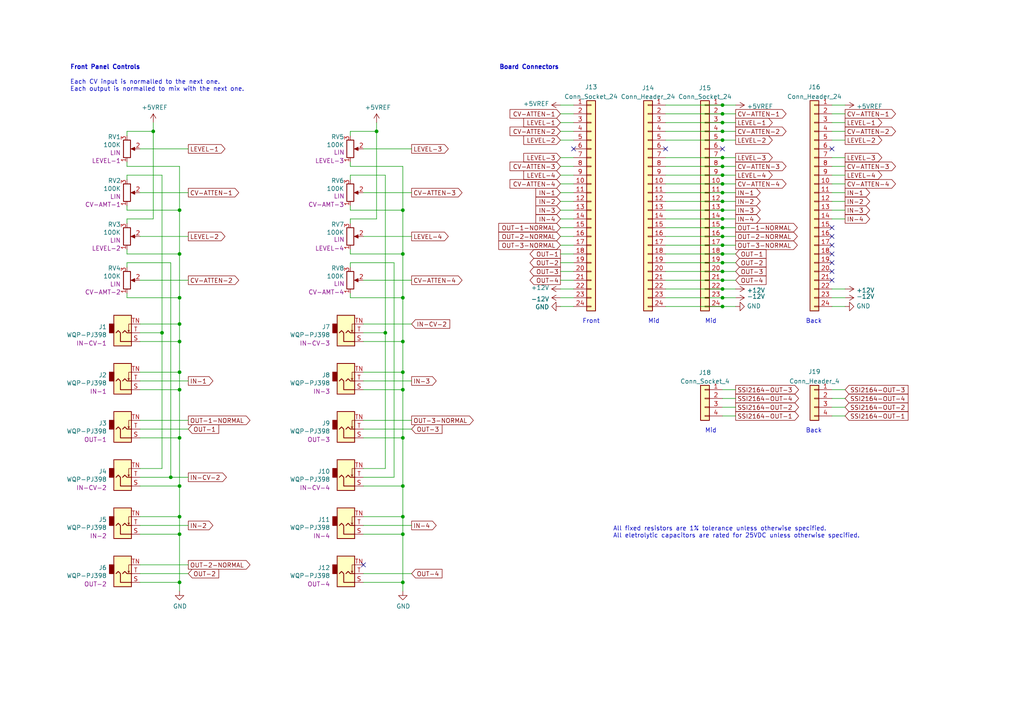
<source format=kicad_sch>
(kicad_sch (version 20211123) (generator eeschema)
  (paper "A4")
  (title_block (title "Power & Hardware - Eurorack 4XVCA Module") (date "2021-12-24") (rev "1.0") (company "Len Popp") (comment 1 "Copyright © 2021 Len Popp CC BY") (comment 2 "Eurorack quad exponential VCA module - 10HP"))
  (junction (at 209.55 38.1))
  (junction (at 209.55 40.64))
  (junction (at 209.55 86.36))
  (junction (at 52.07 93.98))
  (junction (at 52.07 73.66))
  (junction (at 209.55 30.48))
  (junction (at 209.55 81.28))
  (junction (at 52.07 127))
  (junction (at 209.55 48.26))
  (junction (at 116.84 73.66))
  (junction (at 52.07 168.91))
  (junction (at 116.84 140.97))
  (junction (at 52.07 86.36))
  (junction (at 116.84 154.94))
  (junction (at 209.55 50.8))
  (junction (at 209.55 63.5))
  (junction (at 116.84 60.96))
  (junction (at 209.55 76.2))
  (junction (at 52.07 107.95))
  (junction (at 116.84 113.03))
  (junction (at 49.53 138.43))
  (junction (at 209.55 45.72))
  (junction (at 52.07 113.03))
  (junction (at 209.55 35.56))
  (junction (at 209.55 88.9))
  (junction (at 52.07 149.86))
  (junction (at 209.55 53.34))
  (junction (at 209.55 68.58))
  (junction (at 52.07 60.96))
  (junction (at 52.07 154.94))
  (junction (at 209.55 60.96))
  (junction (at 52.07 99.06))
  (junction (at 209.55 83.82))
  (junction (at 116.84 168.91))
  (junction (at 46.99 96.52))
  (junction (at 111.76 96.52))
  (junction (at 44.45 38.1))
  (junction (at 109.22 38.1))
  (junction (at 52.07 140.97))
  (junction (at 116.84 127))
  (junction (at 209.55 66.04))
  (junction (at 209.55 55.88))
  (junction (at 209.55 78.74))
  (junction (at 209.55 33.02))
  (junction (at 116.84 149.86))
  (junction (at 209.55 73.66))
  (junction (at 209.55 71.12))
  (junction (at 116.84 86.36))
  (junction (at 116.84 99.06))
  (junction (at 116.84 107.95))
  (junction (at 209.55 58.42))
  (no_connect (at 241.3 81.28))
  (no_connect (at 241.3 68.58))
  (no_connect (at 241.3 78.74))
  (no_connect (at 241.3 66.04))
  (no_connect (at 241.3 73.66))
  (no_connect (at 193.04 43.18))
  (no_connect (at 209.55 43.18))
  (no_connect (at 241.3 71.12))
  (no_connect (at 241.3 43.18))
  (no_connect (at 241.3 76.2))
  (no_connect (at 166.37 43.18))
  (no_connect (at 105.41 163.83))
  (wire (pts (xy 209.55 118.11) (xy 213.36 118.11)))
  (wire (pts (xy 241.3 53.34) (xy 245.11 53.34)))
  (wire (pts (xy 116.84 86.36) (xy 116.84 99.06)))
  (wire (pts (xy 209.55 113.03) (xy 213.36 113.03)))
  (wire (pts (xy 101.6 64.77) (xy 101.6 63.5)))
  (wire (pts (xy 105.41 68.58) (xy 119.38 68.58)))
  (wire (pts (xy 109.22 38.1) (xy 109.22 35.56)))
  (wire (pts (xy 245.11 118.11) (xy 241.3 118.11)))
  (wire (pts (xy 193.04 50.8) (xy 209.55 50.8)))
  (wire (pts (xy 193.04 33.02) (xy 209.55 33.02)))
  (wire (pts (xy 54.61 138.43) (xy 49.53 138.43)))
  (wire (pts (xy 101.6 46.99) (xy 101.6 48.26)))
  (wire (pts (xy 116.84 154.94) (xy 116.84 168.91)))
  (wire (pts (xy 241.3 58.42) (xy 245.11 58.42)))
  (wire (pts (xy 40.64 152.4) (xy 54.61 152.4)))
  (wire (pts (xy 36.83 60.96) (xy 52.07 60.96)))
  (wire (pts (xy 193.04 35.56) (xy 209.55 35.56)))
  (wire (pts (xy 241.3 86.36) (xy 245.11 86.36)))
  (wire (pts (xy 209.55 78.74) (xy 213.36 78.74)))
  (wire (pts (xy 193.04 68.58) (xy 209.55 68.58)))
  (wire (pts (xy 109.22 38.1) (xy 109.22 63.5)))
  (wire (pts (xy 111.76 135.89) (xy 111.76 96.52)))
  (wire (pts (xy 241.3 60.96) (xy 245.11 60.96)))
  (wire (pts (xy 40.64 166.37) (xy 54.61 166.37)))
  (wire (pts (xy 40.64 110.49) (xy 54.61 110.49)))
  (wire (pts (xy 40.64 124.46) (xy 54.61 124.46)))
  (wire (pts (xy 193.04 78.74) (xy 209.55 78.74)))
  (wire (pts (xy 101.6 38.1) (xy 109.22 38.1)))
  (wire (pts (xy 111.76 50.8) (xy 111.76 96.52)))
  (wire (pts (xy 105.41 149.86) (xy 116.84 149.86)))
  (wire (pts (xy 209.55 63.5) (xy 213.36 63.5)))
  (wire (pts (xy 105.41 121.92) (xy 119.38 121.92)))
  (wire (pts (xy 209.55 76.2) (xy 213.36 76.2)))
  (wire (pts (xy 162.56 78.74) (xy 166.37 78.74)))
  (wire (pts (xy 193.04 86.36) (xy 209.55 86.36)))
  (wire (pts (xy 101.6 52.07) (xy 101.6 50.8)))
  (wire (pts (xy 241.3 48.26) (xy 245.11 48.26)))
  (wire (pts (xy 162.56 83.82) (xy 166.37 83.82)))
  (wire (pts (xy 245.11 63.5) (xy 241.3 63.5)))
  (wire (pts (xy 40.64 163.83) (xy 54.61 163.83)))
  (wire (pts (xy 162.56 35.56) (xy 166.37 35.56)))
  (wire (pts (xy 40.64 96.52) (xy 46.99 96.52)))
  (wire (pts (xy 116.84 48.26) (xy 116.84 60.96)))
  (wire (pts (xy 40.64 140.97) (xy 52.07 140.97)))
  (wire (pts (xy 36.83 50.8) (xy 46.99 50.8)))
  (wire (pts (xy 105.41 99.06) (xy 116.84 99.06)))
  (wire (pts (xy 245.11 45.72) (xy 241.3 45.72)))
  (wire (pts (xy 209.55 88.9) (xy 213.36 88.9)))
  (wire (pts (xy 40.64 99.06) (xy 52.07 99.06)))
  (wire (pts (xy 209.55 38.1) (xy 213.36 38.1)))
  (wire (pts (xy 116.84 113.03) (xy 116.84 127)))
  (wire (pts (xy 40.64 154.94) (xy 52.07 154.94)))
  (wire (pts (xy 101.6 59.69) (xy 101.6 60.96)))
  (wire (pts (xy 40.64 135.89) (xy 46.99 135.89)))
  (wire (pts (xy 209.55 48.26) (xy 213.36 48.26)))
  (wire (pts (xy 116.84 107.95) (xy 116.84 113.03)))
  (wire (pts (xy 245.11 120.65) (xy 241.3 120.65)))
  (wire (pts (xy 101.6 63.5) (xy 109.22 63.5)))
  (wire (pts (xy 209.55 50.8) (xy 213.36 50.8)))
  (wire (pts (xy 105.41 124.46) (xy 119.38 124.46)))
  (wire (pts (xy 209.55 45.72) (xy 213.36 45.72)))
  (wire (pts (xy 193.04 63.5) (xy 209.55 63.5)))
  (wire (pts (xy 40.64 113.03) (xy 52.07 113.03)))
  (wire (pts (xy 46.99 96.52) (xy 46.99 50.8)))
  (wire (pts (xy 209.55 81.28) (xy 213.36 81.28)))
  (wire (pts (xy 36.83 59.69) (xy 36.83 60.96)))
  (wire (pts (xy 193.04 66.04) (xy 209.55 66.04)))
  (wire (pts (xy 193.04 76.2) (xy 209.55 76.2)))
  (wire (pts (xy 119.38 93.98) (xy 105.41 93.98)))
  (wire (pts (xy 40.64 93.98) (xy 52.07 93.98)))
  (wire (pts (xy 245.11 50.8) (xy 241.3 50.8)))
  (wire (pts (xy 105.41 135.89) (xy 111.76 135.89)))
  (wire (pts (xy 209.55 120.65) (xy 213.36 120.65)))
  (wire (pts (xy 241.3 35.56) (xy 245.11 35.56)))
  (wire (pts (xy 105.41 127) (xy 116.84 127)))
  (wire (pts (xy 52.07 99.06) (xy 52.07 107.95)))
  (wire (pts (xy 116.84 168.91) (xy 116.84 171.45)))
  (wire (pts (xy 40.64 138.43) (xy 49.53 138.43)))
  (wire (pts (xy 36.83 73.66) (xy 36.83 72.39)))
  (wire (pts (xy 209.55 53.34) (xy 213.36 53.34)))
  (wire (pts (xy 52.07 154.94) (xy 52.07 168.91)))
  (wire (pts (xy 101.6 60.96) (xy 116.84 60.96)))
  (wire (pts (xy 209.55 58.42) (xy 213.36 58.42)))
  (wire (pts (xy 193.04 73.66) (xy 209.55 73.66)))
  (wire (pts (xy 116.84 73.66) (xy 116.84 86.36)))
  (wire (pts (xy 162.56 50.8) (xy 166.37 50.8)))
  (wire (pts (xy 36.83 46.99) (xy 36.83 48.26)))
  (wire (pts (xy 105.41 55.88) (xy 119.38 55.88)))
  (wire (pts (xy 114.3 138.43) (xy 114.3 76.2)))
  (wire (pts (xy 105.41 107.95) (xy 116.84 107.95)))
  (wire (pts (xy 40.64 121.92) (xy 54.61 121.92)))
  (wire (pts (xy 245.11 115.57) (xy 241.3 115.57)))
  (wire (pts (xy 209.55 73.66) (xy 213.36 73.66)))
  (wire (pts (xy 193.04 60.96) (xy 209.55 60.96)))
  (wire (pts (xy 116.84 99.06) (xy 116.84 107.95)))
  (wire (pts (xy 52.07 73.66) (xy 52.07 86.36)))
  (wire (pts (xy 245.11 38.1) (xy 241.3 38.1)))
  (wire (pts (xy 193.04 45.72) (xy 209.55 45.72)))
  (wire (pts (xy 245.11 30.48) (xy 241.3 30.48)))
  (wire (pts (xy 101.6 86.36) (xy 116.84 86.36)))
  (wire (pts (xy 241.3 40.64) (xy 245.11 40.64)))
  (wire (pts (xy 193.04 81.28) (xy 209.55 81.28)))
  (wire (pts (xy 101.6 48.26) (xy 116.84 48.26)))
  (wire (pts (xy 40.64 107.95) (xy 52.07 107.95)))
  (wire (pts (xy 162.56 60.96) (xy 166.37 60.96)))
  (wire (pts (xy 36.83 52.07) (xy 36.83 50.8)))
  (wire (pts (xy 241.3 113.03) (xy 245.11 113.03)))
  (wire (pts (xy 101.6 86.36) (xy 101.6 85.09)))
  (wire (pts (xy 36.83 86.36) (xy 36.83 85.09)))
  (wire (pts (xy 40.64 149.86) (xy 52.07 149.86)))
  (wire (pts (xy 40.64 55.88) (xy 54.61 55.88)))
  (wire (pts (xy 193.04 88.9) (xy 209.55 88.9)))
  (wire (pts (xy 116.84 149.86) (xy 116.84 154.94)))
  (wire (pts (xy 52.07 149.86) (xy 52.07 154.94)))
  (wire (pts (xy 241.3 88.9) (xy 245.11 88.9)))
  (wire (pts (xy 116.84 60.96) (xy 116.84 73.66)))
  (wire (pts (xy 49.53 76.2) (xy 49.53 138.43)))
  (wire (pts (xy 36.83 86.36) (xy 52.07 86.36)))
  (wire (pts (xy 162.56 86.36) (xy 166.37 86.36)))
  (wire (pts (xy 162.56 40.64) (xy 166.37 40.64)))
  (wire (pts (xy 105.41 96.52) (xy 111.76 96.52)))
  (wire (pts (xy 209.55 33.02) (xy 213.36 33.02)))
  (wire (pts (xy 105.41 166.37) (xy 119.38 166.37)))
  (wire (pts (xy 241.3 55.88) (xy 245.11 55.88)))
  (wire (pts (xy 36.83 39.37) (xy 36.83 38.1)))
  (wire (pts (xy 162.56 76.2) (xy 166.37 76.2)))
  (wire (pts (xy 105.41 168.91) (xy 116.84 168.91)))
  (wire (pts (xy 209.55 30.48) (xy 213.36 30.48)))
  (wire (pts (xy 193.04 38.1) (xy 209.55 38.1)))
  (wire (pts (xy 193.04 40.64) (xy 209.55 40.64)))
  (wire (pts (xy 40.64 43.18) (xy 54.61 43.18)))
  (wire (pts (xy 193.04 71.12) (xy 209.55 71.12)))
  (wire (pts (xy 52.07 86.36) (xy 52.07 93.98)))
  (wire (pts (xy 46.99 96.52) (xy 46.99 135.89)))
  (wire (pts (xy 162.56 81.28) (xy 166.37 81.28)))
  (wire (pts (xy 209.55 86.36) (xy 213.36 86.36)))
  (wire (pts (xy 52.07 127) (xy 52.07 140.97)))
  (wire (pts (xy 101.6 72.39) (xy 101.6 73.66)))
  (wire (pts (xy 40.64 68.58) (xy 54.61 68.58)))
  (wire (pts (xy 162.56 53.34) (xy 166.37 53.34)))
  (wire (pts (xy 40.64 81.28) (xy 54.61 81.28)))
  (wire (pts (xy 36.83 73.66) (xy 52.07 73.66)))
  (wire (pts (xy 101.6 73.66) (xy 116.84 73.66)))
  (wire (pts (xy 105.41 154.94) (xy 116.84 154.94)))
  (wire (pts (xy 162.56 38.1) (xy 166.37 38.1)))
  (wire (pts (xy 193.04 48.26) (xy 209.55 48.26)))
  (wire (pts (xy 209.55 66.04) (xy 213.36 66.04)))
  (wire (pts (xy 245.11 33.02) (xy 241.3 33.02)))
  (wire (pts (xy 44.45 63.5) (xy 36.83 63.5)))
  (wire (pts (xy 162.56 33.02) (xy 166.37 33.02)))
  (wire (pts (xy 209.55 60.96) (xy 213.36 60.96)))
  (wire (pts (xy 105.41 43.18) (xy 119.38 43.18)))
  (wire (pts (xy 44.45 35.56) (xy 44.45 38.1)))
  (wire (pts (xy 162.56 73.66) (xy 166.37 73.66)))
  (wire (pts (xy 105.41 110.49) (xy 119.38 110.49)))
  (wire (pts (xy 162.56 68.58) (xy 166.37 68.58)))
  (wire (pts (xy 101.6 77.47) (xy 101.6 76.2)))
  (wire (pts (xy 241.3 83.82) (xy 245.11 83.82)))
  (wire (pts (xy 162.56 48.26) (xy 166.37 48.26)))
  (wire (pts (xy 209.55 115.57) (xy 213.36 115.57)))
  (wire (pts (xy 52.07 107.95) (xy 52.07 113.03)))
  (wire (pts (xy 49.53 76.2) (xy 36.83 76.2)))
  (wire (pts (xy 105.41 140.97) (xy 116.84 140.97)))
  (wire (pts (xy 193.04 53.34) (xy 209.55 53.34)))
  (wire (pts (xy 52.07 113.03) (xy 52.07 127)))
  (wire (pts (xy 193.04 58.42) (xy 209.55 58.42)))
  (wire (pts (xy 36.83 48.26) (xy 52.07 48.26)))
  (wire (pts (xy 40.64 168.91) (xy 52.07 168.91)))
  (wire (pts (xy 193.04 30.48) (xy 209.55 30.48)))
  (wire (pts (xy 52.07 93.98) (xy 52.07 99.06)))
  (wire (pts (xy 105.41 152.4) (xy 119.38 152.4)))
  (wire (pts (xy 193.04 55.88) (xy 209.55 55.88)))
  (wire (pts (xy 116.84 140.97) (xy 116.84 149.86)))
  (wire (pts (xy 162.56 71.12) (xy 166.37 71.12)))
  (wire (pts (xy 101.6 39.37) (xy 101.6 38.1)))
  (wire (pts (xy 193.04 83.82) (xy 209.55 83.82)))
  (wire (pts (xy 40.64 127) (xy 52.07 127)))
  (wire (pts (xy 52.07 168.91) (xy 52.07 171.45)))
  (wire (pts (xy 105.41 113.03) (xy 116.84 113.03)))
  (wire (pts (xy 162.56 55.88) (xy 166.37 55.88)))
  (wire (pts (xy 36.83 63.5) (xy 36.83 64.77)))
  (wire (pts (xy 209.55 68.58) (xy 213.36 68.58)))
  (wire (pts (xy 36.83 76.2) (xy 36.83 77.47)))
  (wire (pts (xy 114.3 76.2) (xy 101.6 76.2)))
  (wire (pts (xy 209.55 35.56) (xy 213.36 35.56)))
  (wire (pts (xy 101.6 50.8) (xy 111.76 50.8)))
  (wire (pts (xy 105.41 138.43) (xy 114.3 138.43)))
  (wire (pts (xy 209.55 83.82) (xy 213.36 83.82)))
  (wire (pts (xy 52.07 140.97) (xy 52.07 149.86)))
  (wire (pts (xy 209.55 55.88) (xy 213.36 55.88)))
  (wire (pts (xy 162.56 30.48) (xy 166.37 30.48)))
  (wire (pts (xy 162.56 45.72) (xy 166.37 45.72)))
  (wire (pts (xy 52.07 60.96) (xy 52.07 73.66)))
  (wire (pts (xy 162.56 58.42) (xy 166.37 58.42)))
  (wire (pts (xy 209.55 40.64) (xy 213.36 40.64)))
  (wire (pts (xy 105.41 81.28) (xy 119.38 81.28)))
  (wire (pts (xy 116.84 127) (xy 116.84 140.97)))
  (wire (pts (xy 162.56 88.9) (xy 166.37 88.9)))
  (wire (pts (xy 162.56 66.04) (xy 166.37 66.04)))
  (wire (pts (xy 162.56 63.5) (xy 166.37 63.5)))
  (wire (pts (xy 209.55 71.12) (xy 213.36 71.12)))
  (wire (pts (xy 44.45 38.1) (xy 44.45 63.5)))
  (wire (pts (xy 52.07 48.26) (xy 52.07 60.96)))
  (wire (pts (xy 36.83 38.1) (xy 44.45 38.1)))
  (text "All fixed resistors are 1% tolerance unless otherwise specified.\nAll eletrolytic capacitors are rated for 25VDC unless otherwise specified." (at 177.8 156.21 0) (effects (font (size 1.27 1.27)) (justify left bottom)))
  (text "Back" (at 233.68 93.98 0) (effects (font (size 1.27 1.27)) (justify left bottom)))
  (text "Mid" (at 187.96 93.98 0) (effects (font (size 1.27 1.27)) (justify left bottom)))
  (text "Board Connectors" (at 144.78 20.32 0) (effects (font (size 1.27 1.27) (thickness 0.254) bold) (justify left bottom)))
  (text "Mid" (at 204.47 125.73 0) (effects (font (size 1.27 1.27)) (justify left bottom)))
  (text "Each CV input is normalled to the next one. \nEach output is normalled to mix with the next one." (at 20.32 26.67 0) (effects (font (size 1.27 1.27)) (justify left bottom)))
  (text "Back" (at 233.68 125.73 0) (effects (font (size 1.27 1.27)) (justify left bottom)))
  (text "Front" (at 168.91 93.98 0) (effects (font (size 1.27 1.27)) (justify left bottom)))
  (text "Front Panel Controls" (at 20.32 20.32 0) (effects (font (size 1.27 1.27) (thickness 0.254) bold) (justify left bottom)))
  (text "Mid" (at 204.47 93.98 0) (effects (font (size 1.27 1.27)) (justify left bottom)))
  (global_label "IN-3" (shape output) (at 119.38 110.49 0) (property "Intersheet References" "${INTERSHEET_REFS}" (effects hide)))
  (global_label "OUT-2" (shape input) (at 213.36 76.2 0) (property "Intersheet References" "${INTERSHEET_REFS}" (effects hide)))
  (global_label "LEVEL-3" (shape output) (at 245.11 45.72 0) (property "Intersheet References" "${INTERSHEET_REFS}" (effects hide)))
  (global_label "IN-4" (shape output) (at 245.11 63.5 0) (property "Intersheet References" "${INTERSHEET_REFS}" (effects hide)))
  (global_label "SSI2164-OUT-3" (shape output) (at 213.36 113.03 0) (property "Intersheet References" "${INTERSHEET_REFS}" (effects hide)))
  (global_label "IN-1" (shape output) (at 213.36 55.88 0) (property "Intersheet References" "${INTERSHEET_REFS}" (effects hide)))
  (global_label "CV-ATTEN-3" (shape output) (at 245.11 48.26 0) (property "Intersheet References" "${INTERSHEET_REFS}" (effects hide)))
  (global_label "SSI2164-OUT-1" (shape output) (at 213.36 120.65 0) (property "Intersheet References" "${INTERSHEET_REFS}" (effects hide)))
  (global_label "IN-1" (shape input) (at 162.56 55.88 180) (property "Intersheet References" "${INTERSHEET_REFS}" (effects hide)))
  (global_label "IN-3" (shape output) (at 213.36 60.96 0) (property "Intersheet References" "${INTERSHEET_REFS}" (effects hide)))
  (global_label "LEVEL-3" (shape output) (at 119.38 43.18 0) (property "Intersheet References" "${INTERSHEET_REFS}" (effects hide)))
  (global_label "IN-2" (shape output) (at 54.61 152.4 0) (property "Intersheet References" "${INTERSHEET_REFS}" (effects hide)))
  (global_label "LEVEL-3" (shape input) (at 162.56 45.72 180) (property "Intersheet References" "${INTERSHEET_REFS}" (effects hide)))
  (global_label "CV-ATTEN-2" (shape output) (at 245.11 38.1 0) (property "Intersheet References" "${INTERSHEET_REFS}" (effects hide)))
  (global_label "CV-ATTEN-1" (shape output) (at 54.61 55.88 0) (property "Intersheet References" "${INTERSHEET_REFS}" (effects hide)))
  (global_label "CV-ATTEN-3" (shape input) (at 162.56 48.26 180) (property "Intersheet References" "${INTERSHEET_REFS}" (effects hide)))
  (global_label "OUT-2-NORMAL" (shape output) (at 54.61 163.83 0) (property "Intersheet References" "${INTERSHEET_REFS}" (effects hide)))
  (global_label "IN-CV-2" (shape input) (at 119.38 93.98 0) (property "Intersheet References" "${INTERSHEET_REFS}" (effects hide)))
  (global_label "LEVEL-1" (shape output) (at 54.61 43.18 0) (property "Intersheet References" "${INTERSHEET_REFS}" (effects hide)))
  (global_label "LEVEL-2" (shape output) (at 213.36 40.64 0) (property "Intersheet References" "${INTERSHEET_REFS}" (effects hide)))
  (global_label "CV-ATTEN-4" (shape output) (at 213.36 53.34 0) (property "Intersheet References" "${INTERSHEET_REFS}" (effects hide)))
  (global_label "IN-2" (shape output) (at 213.36 58.42 0) (property "Intersheet References" "${INTERSHEET_REFS}" (effects hide)))
  (global_label "LEVEL-4" (shape output) (at 119.38 68.58 0) (property "Intersheet References" "${INTERSHEET_REFS}" (effects hide)))
  (global_label "OUT-2" (shape output) (at 162.56 76.2 180) (property "Intersheet References" "${INTERSHEET_REFS}" (effects hide)))
  (global_label "OUT-1" (shape output) (at 162.56 73.66 180) (property "Intersheet References" "${INTERSHEET_REFS}" (effects hide)))
  (global_label "LEVEL-4" (shape input) (at 162.56 50.8 180) (property "Intersheet References" "${INTERSHEET_REFS}" (effects hide)))
  (global_label "OUT-2-NORMAL" (shape input) (at 162.56 68.58 180) (property "Intersheet References" "${INTERSHEET_REFS}" (effects hide)))
  (global_label "LEVEL-1" (shape output) (at 245.11 35.56 0) (property "Intersheet References" "${INTERSHEET_REFS}" (effects hide)))
  (global_label "CV-ATTEN-1" (shape output) (at 245.11 33.02 0) (property "Intersheet References" "${INTERSHEET_REFS}" (effects hide)))
  (global_label "LEVEL-3" (shape output) (at 213.36 45.72 0) (property "Intersheet References" "${INTERSHEET_REFS}" (effects hide)))
  (global_label "IN-4" (shape output) (at 119.38 152.4 0) (property "Intersheet References" "${INTERSHEET_REFS}" (effects hide)))
  (global_label "SSI2164-OUT-1" (shape input) (at 245.11 120.65 0) (property "Intersheet References" "${INTERSHEET_REFS}" (effects hide)))
  (global_label "IN-2" (shape input) (at 162.56 58.42 180) (property "Intersheet References" "${INTERSHEET_REFS}" (effects hide)))
  (global_label "LEVEL-4" (shape output) (at 245.11 50.8 0) (property "Intersheet References" "${INTERSHEET_REFS}" (effects hide)))
  (global_label "SSI2164-OUT-4" (shape output) (at 213.36 115.57 0) (property "Intersheet References" "${INTERSHEET_REFS}" (effects hide)))
  (global_label "CV-ATTEN-2" (shape input) (at 162.56 38.1 180) (property "Intersheet References" "${INTERSHEET_REFS}" (effects hide)))
  (global_label "SSI2164-OUT-4" (shape input) (at 245.11 115.57 0) (property "Intersheet References" "${INTERSHEET_REFS}" (effects hide)))
  (global_label "CV-ATTEN-1" (shape output) (at 213.36 33.02 0) (property "Intersheet References" "${INTERSHEET_REFS}" (effects hide)))
  (global_label "IN-4" (shape output) (at 213.36 63.5 0) (property "Intersheet References" "${INTERSHEET_REFS}" (effects hide)))
  (global_label "OUT-2" (shape input) (at 54.61 166.37 0) (property "Intersheet References" "${INTERSHEET_REFS}" (effects hide)))
  (global_label "CV-ATTEN-2" (shape output) (at 213.36 38.1 0) (property "Intersheet References" "${INTERSHEET_REFS}" (effects hide)))
  (global_label "CV-ATTEN-1" (shape input) (at 162.56 33.02 180) (property "Intersheet References" "${INTERSHEET_REFS}" (effects hide)))
  (global_label "CV-ATTEN-2" (shape output) (at 54.61 81.28 0) (property "Intersheet References" "${INTERSHEET_REFS}" (effects hide)))
  (global_label "LEVEL-4" (shape output) (at 213.36 50.8 0) (property "Intersheet References" "${INTERSHEET_REFS}" (effects hide)))
  (global_label "OUT-4" (shape input) (at 213.36 81.28 0) (property "Intersheet References" "${INTERSHEET_REFS}" (effects hide)))
  (global_label "OUT-1-NORMAL" (shape input) (at 162.56 66.04 180) (property "Intersheet References" "${INTERSHEET_REFS}" (effects hide)))
  (global_label "OUT-3" (shape input) (at 119.38 124.46 0) (property "Intersheet References" "${INTERSHEET_REFS}" (effects hide)))
  (global_label "OUT-4" (shape input) (at 119.38 166.37 0) (property "Intersheet References" "${INTERSHEET_REFS}" (effects hide)))
  (global_label "IN-3" (shape output) (at 245.11 60.96 0) (property "Intersheet References" "${INTERSHEET_REFS}" (effects hide)))
  (global_label "IN-3" (shape input) (at 162.56 60.96 180) (property "Intersheet References" "${INTERSHEET_REFS}" (effects hide)))
  (global_label "CV-ATTEN-4" (shape output) (at 119.38 81.28 0) (property "Intersheet References" "${INTERSHEET_REFS}" (effects hide)))
  (global_label "OUT-2-NORMAL" (shape output) (at 213.36 68.58 0) (property "Intersheet References" "${INTERSHEET_REFS}" (effects hide)))
  (global_label "OUT-1" (shape input) (at 213.36 73.66 0) (property "Intersheet References" "${INTERSHEET_REFS}" (effects hide)))
  (global_label "CV-ATTEN-4" (shape input) (at 162.56 53.34 180) (property "Intersheet References" "${INTERSHEET_REFS}" (effects hide)))
  (global_label "SSI2164-OUT-2" (shape input) (at 245.11 118.11 0) (property "Intersheet References" "${INTERSHEET_REFS}" (effects hide)))
  (global_label "IN-2" (shape output) (at 245.11 58.42 0) (property "Intersheet References" "${INTERSHEET_REFS}" (effects hide)))
  (global_label "IN-CV-2" (shape output) (at 54.61 138.43 0) (property "Intersheet References" "${INTERSHEET_REFS}" (effects hide)))
  (global_label "LEVEL-2" (shape input) (at 162.56 40.64 180) (property "Intersheet References" "${INTERSHEET_REFS}" (effects hide)))
  (global_label "IN-1" (shape output) (at 245.11 55.88 0) (property "Intersheet References" "${INTERSHEET_REFS}" (effects hide)))
  (global_label "IN-1" (shape output) (at 54.61 110.49 0) (property "Intersheet References" "${INTERSHEET_REFS}" (effects hide)))
  (global_label "LEVEL-1" (shape input) (at 162.56 35.56 180) (property "Intersheet References" "${INTERSHEET_REFS}" (effects hide)))
  (global_label "IN-4" (shape input) (at 162.56 63.5 180) (property "Intersheet References" "${INTERSHEET_REFS}" (effects hide)))
  (global_label "LEVEL-2" (shape output) (at 54.61 68.58 0) (property "Intersheet References" "${INTERSHEET_REFS}" (effects hide)))
  (global_label "OUT-3" (shape input) (at 213.36 78.74 0) (property "Intersheet References" "${INTERSHEET_REFS}" (effects hide)))
  (global_label "OUT-3-NORMAL" (shape input) (at 162.56 71.12 180) (property "Intersheet References" "${INTERSHEET_REFS}" (effects hide)))
  (global_label "CV-ATTEN-4" (shape output) (at 245.11 53.34 0) (property "Intersheet References" "${INTERSHEET_REFS}" (effects hide)))
  (global_label "LEVEL-1" (shape output) (at 213.36 35.56 0) (property "Intersheet References" "${INTERSHEET_REFS}" (effects hide)))
  (global_label "OUT-3-NORMAL" (shape output) (at 119.38 121.92 0) (property "Intersheet References" "${INTERSHEET_REFS}" (effects hide)))
  (global_label "SSI2164-OUT-3" (shape input) (at 245.11 113.03 0) (property "Intersheet References" "${INTERSHEET_REFS}" (effects hide)))
  (global_label "OUT-1-NORMAL" (shape output) (at 213.36 66.04 0) (property "Intersheet References" "${INTERSHEET_REFS}" (effects hide)))
  (global_label "SSI2164-OUT-2" (shape output) (at 213.36 118.11 0) (property "Intersheet References" "${INTERSHEET_REFS}" (effects hide)))
  (global_label "OUT-4" (shape output) (at 162.56 81.28 180) (property "Intersheet References" "${INTERSHEET_REFS}" (effects hide)))
  (global_label "LEVEL-2" (shape output) (at 245.11 40.64 0) (property "Intersheet References" "${INTERSHEET_REFS}" (effects hide)))
  (global_label "OUT-1-NORMAL" (shape output) (at 54.61 121.92 0) (property "Intersheet References" "${INTERSHEET_REFS}" (effects hide)))
  (global_label "OUT-3" (shape output) (at 162.56 78.74 180) (property "Intersheet References" "${INTERSHEET_REFS}" (effects hide)))
  (global_label "OUT-3-NORMAL" (shape output) (at 213.36 71.12 0) (property "Intersheet References" "${INTERSHEET_REFS}" (effects hide)))
  (global_label "OUT-1" (shape input) (at 54.61 124.46 0) (property "Intersheet References" "${INTERSHEET_REFS}" (effects hide)))
  (global_label "CV-ATTEN-3" (shape output) (at 119.38 55.88 0) (property "Intersheet References" "${INTERSHEET_REFS}" (effects hide)))
  (global_label "CV-ATTEN-3" (shape output) (at 213.36 48.26 0) (property "Intersheet References" "${INTERSHEET_REFS}" (effects hide)))
  (symbol (lib_id "Connector_Generic:Conn_01x24") (at 171.45 58.42 0) (unit 1)
    (property "Reference" "J13" (at 171.45 25.2435 0))
    (property "Value" "Conn_Socket_24" (at 171.45 28.0186 0))
    (property "Footprint" "Connector_PinSocket_2.54mm:PinSocket_1x24_P2.54mm_Vertical" (effects hide))
    (property "Datasheet" "https://www.mouser.ca/datasheet/2/445/61303211821-1717799.pdf" (effects hide))
    (property "Distributor" "Adafruit" (effects hide))
    (property "Distributor2" "Mouser" (effects hide))
    (property "DistributorPartLink" "https://www.adafruit.com/product/598" (effects hide))
    (property "DistributorPartLink2" "https://www.mouser.ca/ProductDetail/Wurth-Elektronik/61303211821?qs=ZtY9WdtwX55M%2FH%2FSrHZ9xA%3D%3D" (effects hide))
    (property "DistributorPartNum" "598" (effects hide))
    (property "DistributorPartNum2" "710-61303211821" (effects hide))
  )
  (symbol (lib_id "-lmp-synth:Jack_WQP-PJ398") (at 35.56 96.52 0) (mirror x) (unit 1)
    (property "Reference" "J1" (at 30.988 94.8182 0) (effects (justify right)))
    (property "Value" "WQP-PJ398" (at 30.988 97.1296 0) (effects (justify right)))
    (property "Footprint" "-lmp-synth:Jack_3.5mm_QingPu_WQP-PJ398SM_Vertical" (effects hide))
    (property "Datasheet" "http://www.qingpu-electronics.com/en/products/WQP-PJ398SM-362.html" (effects hide))
    (property "Label" "IN-CV-1" (at 30.988 99.568 0) (effects (justify right)))
    (property "Manufacturer" "QingPu / Thonk" (effects hide))
    (property "ManufacturerPartNum" "PJ398SM / WQP518MA" (effects hide))
    (property "Distributor" "Thonk" (effects hide))
    (property "DistributorPartNum" "PJ398SM" (effects hide))
    (property "DistributorPartLink" "https://www.thonk.co.uk/shop/thonkiconn/" (effects hide))
    (property "Distributor2" "SynthCube" (effects hide))
    (property "Distributor3" "Adafruit" (effects hide))
    (property "DistributorPartLink2" "https://synthcube.com/cart/3-5mm-euro-jacks" (effects hide))
    (property "DistributorPartLink3" "https://www.adafruit.com/product/4031" (effects hide))
    (property "DistributorPartNum2" "WQP518MA" (effects hide))
    (property "DistributorPartNum3" "4031" (effects hide))
  )
  (symbol (lib_id "-lmp-synth:R_POT_Panel_PCB_Alpha") (at 36.83 43.18 0) (mirror x) (unit 1)
    (property "Reference" "RV1" (at 35.052 39.7002 0) (effects (justify right)))
    (property "Value" "100K" (at 35.052 42.0116 0) (effects (justify right)))
    (property "Footprint" "-lmp-synth:Potentiometer_Alpha_RD901F-40-00D_Single_Vertical" (effects hide))
    (property "Datasheet" "https://www.mouser.ca/datasheet/2/13/alpha_taiwan_08192019_RD901F-40-15R1-B(resistance_-1627810.pdf" (effects hide))
    (property "Value2" "LIN" (at 35.052 44.323 0) (effects (justify right)))
    (property "Label" "LEVEL-1" (at 35.052 46.6344 0) (effects (justify right)))
    (property "Manufacturer" "Alpha" (effects hide))
    (property "ManufacturerPartNum" "RD901F-40-15R1-B100K-00DL1" (effects hide))
    (property "Distributor" "Thonk" (effects hide))
    (property "DistributorPartNum" "Group_Pot_Alpha_6.35mm" (effects hide))
    (property "DistributorPartLink" "https://www.thonk.co.uk/shop/alpha-9mm-pots/" (effects hide))
    (property "Distributor2" "Mouser" (effects hide))
    (property "Distributor3" "SynthCube" (effects hide))
    (property "DistributorPartLink2" "https://www.mouser.ca/ProductDetail/Alpha-Taiwan/RD901F-40-15R1-B100K-00DL1?qs=1mbolxNpo8czbLgndpJJVQ%3D%3D" (effects hide))
    (property "DistributorPartLink3" "https://synthcube.com/cart/alpha-9mm-potentiometer-right-angle-pcb-mount-6-35mm-round-shaft" (effects hide))
    (property "DistributorPartNum2" "311-1940F-15R1-B100K" (effects hide))
    (property "DistributorPartNum3" "9MMALPHAPOTMSTR" (effects hide))
  )
  (symbol (lib_id "-lmp-synth:R_POT_TRIM_Panel_SongHuei") (at 36.83 55.88 0) (mirror x) (unit 1)
    (property "Reference" "RV2" (at 35.0774 52.4002 0) (effects (justify right)))
    (property "Value" "100K" (at 35.0774 54.7116 0) (effects (justify right)))
    (property "Footprint" "-lmp-synth:Potentiometer_SongHuei_Single_Vertical" (effects hide))
    (property "Datasheet" "http://www.song-huei.com/proimages//eng/pdfimages/R0904N.pdf" (effects hide))
    (property "Value2" "LIN" (at 35.0774 57.023 0) (effects (justify right)))
    (property "Label" "CV-AMT-1" (at 35.0774 59.3344 0) (effects (justify right)))
    (property "Manufacturer" "Song Huei" (effects hide))
    (property "ManufacturerPartNum" "R0904N*" (effects hide))
    (property "Distributor" "SynthCube" (effects hide))
    (property "DistributorPartNum" "SH9MMTPOTMSTR" (effects hide))
    (property "DistributorPartLink" "https://synthcube.com/cart/9mm-trimmer-pots" (effects hide))
    (property "Distributor2" "Thonk" (effects hide))
    (property "DistributorPartLink2" "https://www.thonk.co.uk/shop/ttpots/" (effects hide))
    (property "DistributorPartNum2" "Group_SongHuei_TTP" (effects hide))
  )
  (symbol (lib_id "-lmp-synth:Jack_WQP-PJ398") (at 35.56 110.49 0) (mirror x) (unit 1)
    (property "Reference" "J2" (at 30.988 108.7882 0) (effects (justify right)))
    (property "Value" "WQP-PJ398" (at 30.988 111.0996 0) (effects (justify right)))
    (property "Footprint" "-lmp-synth:Jack_3.5mm_QingPu_WQP-PJ398SM_Vertical" (effects hide))
    (property "Datasheet" "http://www.qingpu-electronics.com/en/products/WQP-PJ398SM-362.html" (effects hide))
    (property "Label" "IN-1" (at 30.988 113.538 0) (effects (justify right)))
    (property "Manufacturer" "QingPu / Thonk" (effects hide))
    (property "ManufacturerPartNum" "PJ398SM / WQP518MA" (effects hide))
    (property "Distributor" "Thonk" (effects hide))
    (property "DistributorPartNum" "PJ398SM" (effects hide))
    (property "DistributorPartLink" "https://www.thonk.co.uk/shop/thonkiconn/" (effects hide))
    (property "Distributor2" "SynthCube" (effects hide))
    (property "Distributor3" "Adafruit" (effects hide))
    (property "DistributorPartLink2" "https://synthcube.com/cart/3-5mm-euro-jacks" (effects hide))
    (property "DistributorPartLink3" "https://www.adafruit.com/product/4031" (effects hide))
    (property "DistributorPartNum2" "WQP518MA" (effects hide))
    (property "DistributorPartNum3" "4031" (effects hide))
  )
  (symbol (lib_id "-lmp-synth:R_POT_TRIM_Panel_SongHuei") (at 101.6 55.88 0) (mirror x) (unit 1)
    (property "Reference" "RV6" (at 99.822 52.4002 0) (effects (justify right)))
    (property "Value" "100K" (at 99.822 54.7116 0) (effects (justify right)))
    (property "Footprint" "-lmp-synth:Potentiometer_SongHuei_Single_Vertical" (effects hide))
    (property "Datasheet" "http://www.song-huei.com/proimages//eng/pdfimages/R0904N.pdf" (effects hide))
    (property "Value2" "LIN" (at 99.949 56.896 0) (effects (justify right)))
    (property "Label" "CV-AMT-3" (at 99.822 59.3344 0) (effects (justify right)))
    (property "Manufacturer" "Song Huei" (effects hide))
    (property "ManufacturerPartNum" "R0904N*" (effects hide))
    (property "Distributor" "SynthCube" (effects hide))
    (property "DistributorPartNum" "SH9MMTPOTMSTR" (effects hide))
    (property "DistributorPartLink" "https://synthcube.com/cart/9mm-trimmer-pots" (effects hide))
    (property "Distributor2" "Thonk" (effects hide))
    (property "DistributorPartLink2" "https://www.thonk.co.uk/shop/ttpots/" (effects hide))
    (property "DistributorPartNum2" "Group_SongHuei_TTP" (effects hide))
  )
  (symbol (lib_id "-lmp-synth:R_POT_Panel_PCB_Alpha") (at 101.6 68.58 0) (mirror x) (unit 1)
    (property "Reference" "RV7" (at 99.822 65.1002 0) (effects (justify right)))
    (property "Value" "100K" (at 99.822 67.4116 0) (effects (justify right)))
    (property "Footprint" "-lmp-synth:Potentiometer_Alpha_RD901F-40-00D_Single_Vertical" (effects hide))
    (property "Datasheet" "https://www.mouser.ca/datasheet/2/13/alpha_taiwan_08192019_RD901F-40-15R1-B(resistance_-1627810.pdf" (effects hide))
    (property "Value2" "LIN" (at 99.949 69.469 0) (effects (justify right)))
    (property "Label" "LEVEL-4" (at 99.822 72.0344 0) (effects (justify right)))
    (property "Manufacturer" "Alpha" (effects hide))
    (property "ManufacturerPartNum" "RD901F-40-15R1-B100K-00DL1" (effects hide))
    (property "Distributor" "Thonk" (effects hide))
    (property "DistributorPartNum" "Group_Pot_Alpha_6.35mm" (effects hide))
    (property "DistributorPartLink" "https://www.thonk.co.uk/shop/alpha-9mm-pots/" (effects hide))
    (property "Distributor2" "Mouser" (effects hide))
    (property "Distributor3" "SynthCube" (effects hide))
    (property "DistributorPartLink2" "https://www.mouser.ca/ProductDetail/Alpha-Taiwan/RD901F-40-15R1-B100K-00DL1?qs=1mbolxNpo8czbLgndpJJVQ%3D%3D" (effects hide))
    (property "DistributorPartLink3" "https://synthcube.com/cart/alpha-9mm-potentiometer-right-angle-pcb-mount-6-35mm-round-shaft" (effects hide))
    (property "DistributorPartNum2" "311-1940F-15R1-B100K" (effects hide))
    (property "DistributorPartNum3" "9MMALPHAPOTMSTR" (effects hide))
  )
  (symbol (lib_id "-lmp-synth:R_POT_TRIM_Panel_SongHuei") (at 101.6 81.28 0) (mirror x) (unit 1)
    (property "Reference" "RV8" (at 99.8474 77.8002 0) (effects (justify right)))
    (property "Value" "100K" (at 99.8474 80.1116 0) (effects (justify right)))
    (property "Footprint" "-lmp-synth:Potentiometer_SongHuei_Single_Vertical" (effects hide))
    (property "Datasheet" "http://www.song-huei.com/proimages//eng/pdfimages/R0904N.pdf" (effects hide))
    (property "Value2" "LIN" (at 99.949 82.296 0) (effects (justify right)))
    (property "Label" "CV-AMT-4" (at 99.8474 84.7344 0) (effects (justify right)))
    (property "Manufacturer" "Song Huei" (effects hide))
    (property "ManufacturerPartNum" "R0904N*" (effects hide))
    (property "Distributor" "SynthCube" (effects hide))
    (property "DistributorPartNum" "SH9MMTPOTMSTR" (effects hide))
    (property "DistributorPartLink" "https://synthcube.com/cart/9mm-trimmer-pots" (effects hide))
    (property "Distributor2" "Thonk" (effects hide))
    (property "DistributorPartLink2" "https://www.thonk.co.uk/shop/ttpots/" (effects hide))
    (property "DistributorPartNum2" "Group_SongHuei_TTP" (effects hide))
  )
  (symbol (lib_id "-lmp-synth:R_POT_TRIM_Panel_SongHuei") (at 36.83 81.28 0) (mirror x) (unit 1)
    (property "Reference" "RV4" (at 35.052 77.8002 0) (effects (justify right)))
    (property "Value" "100K" (at 35.052 80.1116 0) (effects (justify right)))
    (property "Footprint" "-lmp-synth:Potentiometer_SongHuei_Single_Vertical" (effects hide))
    (property "Datasheet" "http://www.song-huei.com/proimages//eng/pdfimages/R0904N.pdf" (effects hide))
    (property "Value2" "LIN" (at 35.052 82.423 0) (effects (justify right)))
    (property "Label" "CV-AMT-2" (at 35.052 84.7344 0) (effects (justify right)))
    (property "Manufacturer" "Song Huei" (effects hide))
    (property "ManufacturerPartNum" "R0904N*" (effects hide))
    (property "Distributor" "SynthCube" (effects hide))
    (property "DistributorPartNum" "SH9MMTPOTMSTR" (effects hide))
    (property "DistributorPartLink" "https://synthcube.com/cart/9mm-trimmer-pots" (effects hide))
    (property "Distributor2" "Thonk" (effects hide))
    (property "DistributorPartLink2" "https://www.thonk.co.uk/shop/ttpots/" (effects hide))
    (property "DistributorPartNum2" "Group_SongHuei_TTP" (effects hide))
  )
  (symbol (lib_id "-lmp-synth:R_POT_Panel_PCB_Alpha") (at 101.6 43.18 0) (mirror x) (unit 1)
    (property "Reference" "RV5" (at 99.822 39.7002 0) (effects (justify right)))
    (property "Value" "100K" (at 99.822 42.0116 0) (effects (justify right)))
    (property "Footprint" "-lmp-synth:Potentiometer_Alpha_RD901F-40-00D_Single_Vertical" (effects hide))
    (property "Datasheet" "https://www.mouser.ca/datasheet/2/13/alpha_taiwan_08192019_RD901F-40-15R1-B(resistance_-1627810.pdf" (effects hide))
    (property "Value2" "LIN" (at 99.949 44.196 0) (effects (justify right)))
    (property "Label" "LEVEL-3" (at 99.822 46.6344 0) (effects (justify right)))
    (property "Manufacturer" "Alpha" (effects hide))
    (property "ManufacturerPartNum" "RD901F-40-15R1-B100K-00DL1" (effects hide))
    (property "Distributor" "Thonk" (effects hide))
    (property "DistributorPartNum" "Group_Pot_Alpha_6.35mm" (effects hide))
    (property "DistributorPartLink" "https://www.thonk.co.uk/shop/alpha-9mm-pots/" (effects hide))
    (property "Distributor2" "Mouser" (effects hide))
    (property "Distributor3" "SynthCube" (effects hide))
    (property "DistributorPartLink2" "https://www.mouser.ca/ProductDetail/Alpha-Taiwan/RD901F-40-15R1-B100K-00DL1?qs=1mbolxNpo8czbLgndpJJVQ%3D%3D" (effects hide))
    (property "DistributorPartLink3" "https://synthcube.com/cart/alpha-9mm-potentiometer-right-angle-pcb-mount-6-35mm-round-shaft" (effects hide))
    (property "DistributorPartNum2" "311-1940F-15R1-B100K" (effects hide))
    (property "DistributorPartNum3" "9MMALPHAPOTMSTR" (effects hide))
  )
  (symbol (lib_id "-lmp-synth:Jack_WQP-PJ398") (at 35.56 152.4 0) (mirror x) (unit 1)
    (property "Reference" "J5" (at 30.988 150.6982 0) (effects (justify right)))
    (property "Value" "WQP-PJ398" (at 30.988 153.0096 0) (effects (justify right)))
    (property "Footprint" "-lmp-synth:Jack_3.5mm_QingPu_WQP-PJ398SM_Vertical" (effects hide))
    (property "Datasheet" "http://www.qingpu-electronics.com/en/products/WQP-PJ398SM-362.html" (effects hide))
    (property "Label" "IN-2" (at 30.988 155.448 0) (effects (justify right)))
    (property "Manufacturer" "QingPu / Thonk" (effects hide))
    (property "ManufacturerPartNum" "PJ398SM / WQP518MA" (effects hide))
    (property "Distributor" "Thonk" (effects hide))
    (property "DistributorPartNum" "PJ398SM" (effects hide))
    (property "DistributorPartLink" "https://www.thonk.co.uk/shop/thonkiconn/" (effects hide))
    (property "Distributor2" "SynthCube" (effects hide))
    (property "Distributor3" "Adafruit" (effects hide))
    (property "DistributorPartLink2" "https://synthcube.com/cart/3-5mm-euro-jacks" (effects hide))
    (property "DistributorPartLink3" "https://www.adafruit.com/product/4031" (effects hide))
    (property "DistributorPartNum2" "WQP518MA" (effects hide))
    (property "DistributorPartNum3" "4031" (effects hide))
  )
  (symbol (lib_id "-lmp-power:+5VREF") (at 44.45 35.56 0) (unit 1)
    (property "Reference" "#PWR01" (effects hide))
    (property "Value" "+5VREF" (at 44.831 31.1658 0))
  )
  (symbol (lib_id "Connector_Generic:Conn_01x24") (at 187.96 58.42 0) (mirror y) (unit 1)
    (property "Reference" "J14" (at 187.96 25.5102 0))
    (property "Value" "Conn_Header_24" (at 187.96 28.0471 0))
    (property "Footprint" "Connector_PinHeader_2.54mm:PinHeader_1x24_P2.54mm_Vertical" (effects hide))
    (property "Datasheet" "https://www.amphenol-icc.com/media/wysiwyg/files/documentation/datasheet/boardwiretoboard/bwb_econostik_254headers.pdf" (effects hide))
    (property "Distributor" "Adafruit" (effects hide))
    (property "DistributorPartLink" "https://www.adafruit.com/product/392" (effects hide))
    (property "DistributorPartNum" "392" (effects hide))
    (property "Distributor2" "Mouser" (effects hide))
    (property "DistributorPartLink2" "https://www.mouser.ca/ProductDetail/649-1012937893601BLF" (effects hide))
    (property "DistributorPartNum2" "649-1012937893601BLF" (effects hide))
  )
  (symbol (lib_id "-lmp-synth:R_POT_Panel_PCB_Alpha") (at 36.83 68.58 0) (mirror x) (unit 1)
    (property "Reference" "RV3" (at 35.052 65.1002 0) (effects (justify right)))
    (property "Value" "100K" (at 35.052 67.4116 0) (effects (justify right)))
    (property "Footprint" "-lmp-synth:Potentiometer_Alpha_RD901F-40-00D_Single_Vertical" (effects hide))
    (property "Datasheet" "https://www.mouser.ca/datasheet/2/13/alpha_taiwan_08192019_RD901F-40-15R1-B(resistance_-1627810.pdf" (effects hide))
    (property "Value2" "LIN" (at 35.052 69.723 0) (effects (justify right)))
    (property "Label" "LEVEL-2" (at 35.052 72.0344 0) (effects (justify right)))
    (property "Manufacturer" "Alpha" (effects hide))
    (property "ManufacturerPartNum" "RD901F-40-15R1-B100K-00DL1" (effects hide))
    (property "Distributor" "Thonk" (effects hide))
    (property "DistributorPartNum" "Group_Pot_Alpha_6.35mm" (effects hide))
    (property "DistributorPartLink" "https://www.thonk.co.uk/shop/alpha-9mm-pots/" (effects hide))
    (property "Distributor2" "Mouser" (effects hide))
    (property "Distributor3" "SynthCube" (effects hide))
    (property "DistributorPartLink2" "https://www.mouser.ca/ProductDetail/Alpha-Taiwan/RD901F-40-15R1-B100K-00DL1?qs=1mbolxNpo8czbLgndpJJVQ%3D%3D" (effects hide))
    (property "DistributorPartLink3" "https://synthcube.com/cart/alpha-9mm-potentiometer-right-angle-pcb-mount-6-35mm-round-shaft" (effects hide))
    (property "DistributorPartNum2" "311-1940F-15R1-B100K" (effects hide))
    (property "DistributorPartNum3" "9MMALPHAPOTMSTR" (effects hide))
  )
  (symbol (lib_id "-lmp-synth:Jack_WQP-PJ398") (at 35.56 166.37 0) (mirror x) (unit 1)
    (property "Reference" "J6" (at 30.988 164.6682 0) (effects (justify right)))
    (property "Value" "WQP-PJ398" (at 30.988 166.9796 0) (effects (justify right)))
    (property "Footprint" "-lmp-synth:Jack_3.5mm_QingPu_WQP-PJ398SM_Vertical" (effects hide))
    (property "Datasheet" "http://www.qingpu-electronics.com/en/products/WQP-PJ398SM-362.html" (effects hide))
    (property "Label" "OUT-2" (at 30.988 169.418 0) (effects (justify right)))
    (property "Manufacturer" "QingPu / Thonk" (effects hide))
    (property "ManufacturerPartNum" "PJ398SM / WQP518MA" (effects hide))
    (property "Distributor" "Thonk" (effects hide))
    (property "DistributorPartNum" "PJ398SM" (effects hide))
    (property "DistributorPartLink" "https://www.thonk.co.uk/shop/thonkiconn/" (effects hide))
    (property "Distributor2" "SynthCube" (effects hide))
    (property "Distributor3" "Adafruit" (effects hide))
    (property "DistributorPartLink2" "https://synthcube.com/cart/3-5mm-euro-jacks" (effects hide))
    (property "DistributorPartLink3" "https://www.adafruit.com/product/4031" (effects hide))
    (property "DistributorPartNum2" "WQP518MA" (effects hide))
    (property "DistributorPartNum3" "4031" (effects hide))
  )
  (symbol (lib_id "-lmp-power:+5VREF") (at 109.22 35.56 0) (unit 1)
    (property "Reference" "#PWR02" (effects hide))
    (property "Value" "+5VREF" (at 109.601 31.1658 0))
  )
  (symbol (lib_id "-lmp-synth:Jack_WQP-PJ398") (at 100.33 110.49 0) (mirror x) (unit 1)
    (property "Reference" "J8" (at 95.758 108.7882 0) (effects (justify right)))
    (property "Value" "WQP-PJ398" (at 95.758 111.0996 0) (effects (justify right)))
    (property "Footprint" "-lmp-synth:Jack_3.5mm_QingPu_WQP-PJ398SM_Vertical" (effects hide))
    (property "Datasheet" "http://www.qingpu-electronics.com/en/products/WQP-PJ398SM-362.html" (effects hide))
    (property "Label" "IN-3" (at 95.758 113.538 0) (effects (justify right)))
    (property "Manufacturer" "QingPu / Thonk" (effects hide))
    (property "ManufacturerPartNum" "PJ398SM / WQP518MA" (effects hide))
    (property "Distributor" "Thonk" (effects hide))
    (property "DistributorPartNum" "PJ398SM" (effects hide))
    (property "DistributorPartLink" "https://www.thonk.co.uk/shop/thonkiconn/" (effects hide))
    (property "Distributor2" "SynthCube" (effects hide))
    (property "Distributor3" "Adafruit" (effects hide))
    (property "DistributorPartLink2" "https://synthcube.com/cart/3-5mm-euro-jacks" (effects hide))
    (property "DistributorPartLink3" "https://www.adafruit.com/product/4031" (effects hide))
    (property "DistributorPartNum2" "WQP518MA" (effects hide))
    (property "DistributorPartNum3" "4031" (effects hide))
  )
  (symbol (lib_id "-lmp-synth:Jack_WQP-PJ398") (at 35.56 138.43 0) (mirror x) (unit 1)
    (property "Reference" "J4" (at 30.988 136.7282 0) (effects (justify right)))
    (property "Value" "WQP-PJ398" (at 30.988 139.0396 0) (effects (justify right)))
    (property "Footprint" "-lmp-synth:Jack_3.5mm_QingPu_WQP-PJ398SM_Vertical" (effects hide))
    (property "Datasheet" "http://www.qingpu-electronics.com/en/products/WQP-PJ398SM-362.html" (effects hide))
    (property "Label" "IN-CV-2" (at 30.988 141.478 0) (effects (justify right)))
    (property "Manufacturer" "QingPu / Thonk" (effects hide))
    (property "ManufacturerPartNum" "PJ398SM / WQP518MA" (effects hide))
    (property "Distributor" "Thonk" (effects hide))
    (property "DistributorPartNum" "PJ398SM" (effects hide))
    (property "DistributorPartLink" "https://www.thonk.co.uk/shop/thonkiconn/" (effects hide))
    (property "Distributor2" "SynthCube" (effects hide))
    (property "Distributor3" "Adafruit" (effects hide))
    (property "DistributorPartLink2" "https://synthcube.com/cart/3-5mm-euro-jacks" (effects hide))
    (property "DistributorPartLink3" "https://www.adafruit.com/product/4031" (effects hide))
    (property "DistributorPartNum2" "WQP518MA" (effects hide))
    (property "DistributorPartNum3" "4031" (effects hide))
  )
  (symbol (lib_id "-lmp-power:GND") (at 52.07 171.45 0) (unit 1)
    (property "Reference" "#PWR0110" (effects hide))
    (property "Value" "GND" (at 52.197 175.8442 0))
  )
  (symbol (lib_id "-lmp-power:GND") (at 116.84 171.45 0) (unit 1)
    (property "Reference" "#PWR0111" (effects hide))
    (property "Value" "GND" (at 116.967 175.8442 0))
  )
  (symbol (lib_id "-lmp-synth:Jack_WQP-PJ398") (at 100.33 96.52 0) (mirror x) (unit 1)
    (property "Reference" "J7" (at 95.758 94.8182 0) (effects (justify right)))
    (property "Value" "WQP-PJ398" (at 95.758 97.1296 0) (effects (justify right)))
    (property "Footprint" "-lmp-synth:Jack_3.5mm_QingPu_WQP-PJ398SM_Vertical" (effects hide))
    (property "Datasheet" "http://www.qingpu-electronics.com/en/products/WQP-PJ398SM-362.html" (effects hide))
    (property "Label" "IN-CV-3" (at 95.758 99.568 0) (effects (justify right)))
    (property "Manufacturer" "QingPu / Thonk" (effects hide))
    (property "ManufacturerPartNum" "PJ398SM / WQP518MA" (effects hide))
    (property "Distributor" "Thonk" (effects hide))
    (property "DistributorPartNum" "PJ398SM" (effects hide))
    (property "DistributorPartLink" "https://www.thonk.co.uk/shop/thonkiconn/" (effects hide))
    (property "Distributor2" "SynthCube" (effects hide))
    (property "Distributor3" "Adafruit" (effects hide))
    (property "DistributorPartLink2" "https://synthcube.com/cart/3-5mm-euro-jacks" (effects hide))
    (property "DistributorPartLink3" "https://www.adafruit.com/product/4031" (effects hide))
    (property "DistributorPartNum2" "WQP518MA" (effects hide))
    (property "DistributorPartNum3" "4031" (effects hide))
  )
  (symbol (lib_id "-lmp-synth:Jack_WQP-PJ398") (at 100.33 124.46 0) (mirror x) (unit 1)
    (property "Reference" "J9" (at 95.758 122.7582 0) (effects (justify right)))
    (property "Value" "WQP-PJ398" (at 95.758 125.0696 0) (effects (justify right)))
    (property "Footprint" "-lmp-synth:Jack_3.5mm_QingPu_WQP-PJ398SM_Vertical" (effects hide))
    (property "Datasheet" "http://www.qingpu-electronics.com/en/products/WQP-PJ398SM-362.html" (effects hide))
    (property "Label" "OUT-3" (at 95.758 127.508 0) (effects (justify right)))
    (property "Manufacturer" "QingPu / Thonk" (effects hide))
    (property "ManufacturerPartNum" "PJ398SM / WQP518MA" (effects hide))
    (property "Distributor" "Thonk" (effects hide))
    (property "DistributorPartNum" "PJ398SM" (effects hide))
    (property "DistributorPartLink" "https://www.thonk.co.uk/shop/thonkiconn/" (effects hide))
    (property "Distributor2" "SynthCube" (effects hide))
    (property "Distributor3" "Adafruit" (effects hide))
    (property "DistributorPartLink2" "https://synthcube.com/cart/3-5mm-euro-jacks" (effects hide))
    (property "DistributorPartLink3" "https://www.adafruit.com/product/4031" (effects hide))
    (property "DistributorPartNum2" "WQP518MA" (effects hide))
    (property "DistributorPartNum3" "4031" (effects hide))
  )
  (symbol (lib_id "-lmp-synth:Jack_WQP-PJ398") (at 100.33 138.43 0) (mirror x) (unit 1)
    (property "Reference" "J10" (at 95.758 136.7282 0) (effects (justify right)))
    (property "Value" "WQP-PJ398" (at 95.758 139.0396 0) (effects (justify right)))
    (property "Footprint" "-lmp-synth:Jack_3.5mm_QingPu_WQP-PJ398SM_Vertical" (effects hide))
    (property "Datasheet" "http://www.qingpu-electronics.com/en/products/WQP-PJ398SM-362.html" (effects hide))
    (property "Label" "IN-CV-4" (at 95.758 141.478 0) (effects (justify right)))
    (property "Manufacturer" "QingPu / Thonk" (effects hide))
    (property "ManufacturerPartNum" "PJ398SM / WQP518MA" (effects hide))
    (property "Distributor" "Thonk" (effects hide))
    (property "DistributorPartNum" "PJ398SM" (effects hide))
    (property "DistributorPartLink" "https://www.thonk.co.uk/shop/thonkiconn/" (effects hide))
    (property "Distributor2" "SynthCube" (effects hide))
    (property "Distributor3" "Adafruit" (effects hide))
    (property "DistributorPartLink2" "https://synthcube.com/cart/3-5mm-euro-jacks" (effects hide))
    (property "DistributorPartLink3" "https://www.adafruit.com/product/4031" (effects hide))
    (property "DistributorPartNum2" "WQP518MA" (effects hide))
    (property "DistributorPartNum3" "4031" (effects hide))
  )
  (symbol (lib_id "-lmp-synth:Jack_WQP-PJ398") (at 100.33 152.4 0) (mirror x) (unit 1)
    (property "Reference" "J11" (at 95.758 150.6982 0) (effects (justify right)))
    (property "Value" "WQP-PJ398" (at 95.758 153.0096 0) (effects (justify right)))
    (property "Footprint" "-lmp-synth:Jack_3.5mm_QingPu_WQP-PJ398SM_Vertical" (effects hide))
    (property "Datasheet" "http://www.qingpu-electronics.com/en/products/WQP-PJ398SM-362.html" (effects hide))
    (property "Label" "IN-4" (at 95.758 155.448 0) (effects (justify right)))
    (property "Manufacturer" "QingPu / Thonk" (effects hide))
    (property "ManufacturerPartNum" "PJ398SM / WQP518MA" (effects hide))
    (property "Distributor" "Thonk" (effects hide))
    (property "DistributorPartNum" "PJ398SM" (effects hide))
    (property "DistributorPartLink" "https://www.thonk.co.uk/shop/thonkiconn/" (effects hide))
    (property "Distributor2" "SynthCube" (effects hide))
    (property "Distributor3" "Adafruit" (effects hide))
    (property "DistributorPartLink2" "https://synthcube.com/cart/3-5mm-euro-jacks" (effects hide))
    (property "DistributorPartLink3" "https://www.adafruit.com/product/4031" (effects hide))
    (property "DistributorPartNum2" "WQP518MA" (effects hide))
    (property "DistributorPartNum3" "4031" (effects hide))
  )
  (symbol (lib_id "-lmp-synth:Jack_WQP-PJ398") (at 100.33 166.37 0) (mirror x) (unit 1)
    (property "Reference" "J12" (at 95.758 164.6682 0) (effects (justify right)))
    (property "Value" "WQP-PJ398" (at 95.758 166.9796 0) (effects (justify right)))
    (property "Footprint" "-lmp-synth:Jack_3.5mm_QingPu_WQP-PJ398SM_Vertical" (effects hide))
    (property "Datasheet" "http://www.qingpu-electronics.com/en/products/WQP-PJ398SM-362.html" (effects hide))
    (property "Label" "OUT-4" (at 95.758 169.418 0) (effects (justify right)))
    (property "Manufacturer" "QingPu / Thonk" (effects hide))
    (property "ManufacturerPartNum" "PJ398SM / WQP518MA" (effects hide))
    (property "Distributor" "Thonk" (effects hide))
    (property "DistributorPartNum" "PJ398SM" (effects hide))
    (property "DistributorPartLink" "https://www.thonk.co.uk/shop/thonkiconn/" (effects hide))
    (property "Distributor2" "SynthCube" (effects hide))
    (property "Distributor3" "Adafruit" (effects hide))
    (property "DistributorPartLink2" "https://synthcube.com/cart/3-5mm-euro-jacks" (effects hide))
    (property "DistributorPartLink3" "https://www.adafruit.com/product/4031" (effects hide))
    (property "DistributorPartNum2" "WQP518MA" (effects hide))
    (property "DistributorPartNum3" "4031" (effects hide))
  )
  (symbol (lib_id "-lmp-power:GND") (at 245.11 88.9 90) (unit 1)
    (property "Reference" "#PWR0105" (effects hide))
    (property "Value" "GND" (at 248.3612 88.773 90) (effects (justify right)))
  )
  (symbol (lib_id "-lmp-synth:Jack_WQP-PJ398") (at 35.56 124.46 0) (mirror x) (unit 1)
    (property "Reference" "J3" (at 30.988 122.7582 0) (effects (justify right)))
    (property "Value" "WQP-PJ398" (at 30.988 125.0696 0) (effects (justify right)))
    (property "Footprint" "-lmp-synth:Jack_3.5mm_QingPu_WQP-PJ398SM_Vertical" (effects hide))
    (property "Datasheet" "http://www.qingpu-electronics.com/en/products/WQP-PJ398SM-362.html" (effects hide))
    (property "Label" "OUT-1" (at 30.988 127.508 0) (effects (justify right)))
    (property "Manufacturer" "QingPu / Thonk" (effects hide))
    (property "ManufacturerPartNum" "PJ398SM / WQP518MA" (effects hide))
    (property "Distributor" "Thonk" (effects hide))
    (property "DistributorPartNum" "PJ398SM" (effects hide))
    (property "DistributorPartLink" "https://www.thonk.co.uk/shop/thonkiconn/" (effects hide))
    (property "Distributor2" "SynthCube" (effects hide))
    (property "Distributor3" "Adafruit" (effects hide))
    (property "DistributorPartLink2" "https://synthcube.com/cart/3-5mm-euro-jacks" (effects hide))
    (property "DistributorPartLink3" "https://www.adafruit.com/product/4031" (effects hide))
    (property "DistributorPartNum2" "WQP518MA" (effects hide))
    (property "DistributorPartNum3" "4031" (effects hide))
  )
  (symbol (lib_id "Connector_Generic:Conn_01x24") (at 204.47 58.42 0) (mirror y) (unit 1)
    (property "Reference" "J15" (at 204.47 25.5102 0))
    (property "Value" "Conn_Socket_24" (at 204.47 28.0471 0))
    (property "Footprint" "Connector_PinSocket_2.54mm:PinSocket_1x24_P2.54mm_Vertical" (effects hide))
    (property "Datasheet" "https://www.mouser.ca/datasheet/2/445/61303211821-1717799.pdf" (effects hide))
    (property "Distributor" "Adafruit" (effects hide))
    (property "Distributor2" "Mouser" (effects hide))
    (property "DistributorPartLink" "https://www.adafruit.com/product/598" (effects hide))
    (property "DistributorPartLink2" "https://www.mouser.ca/ProductDetail/Wurth-Elektronik/61303211821?qs=ZtY9WdtwX55M%2FH%2FSrHZ9xA%3D%3D" (effects hide))
    (property "DistributorPartNum" "598" (effects hide))
    (property "DistributorPartNum2" "710-61303211821" (effects hide))
  )
  (symbol (lib_id "Connector_Generic:Conn_01x24") (at 236.22 58.42 0) (mirror y) (unit 1)
    (property "Reference" "J16" (at 236.22 25.2435 0))
    (property "Value" "Conn_Header_24" (at 236.22 28.0186 0))
    (property "Footprint" "Connector_PinHeader_2.54mm:PinHeader_1x24_P2.54mm_Vertical" (effects hide))
    (property "Datasheet" "https://www.amphenol-icc.com/media/wysiwyg/files/documentation/datasheet/boardwiretoboard/bwb_econostik_254headers.pdf" (effects hide))
    (property "Distributor" "Adafruit" (effects hide))
    (property "DistributorPartLink" "https://www.adafruit.com/product/392" (effects hide))
    (property "DistributorPartNum" "392" (effects hide))
    (property "Distributor2" "Mouser" (effects hide))
    (property "DistributorPartLink2" "https://www.mouser.ca/ProductDetail/649-1012937893601BLF" (effects hide))
    (property "DistributorPartNum2" "649-1012937893601BLF" (effects hide))
  )
  (symbol (lib_id "-lmp-power:-12V") (at 245.11 86.36 90) (unit 1)
    (property "Reference" "#PWR0101" (effects hide))
    (property "Value" "-12V" (at 248.3612 85.979 90) (effects (justify right)))
  )
  (symbol (lib_id "-lmp-power:+12V") (at 245.11 83.82 270) (unit 1)
    (property "Reference" "#PWR0102" (effects hide))
    (property "Value" "+12V" (at 248.3612 84.201 90) (effects (justify left)))
  )
  (symbol (lib_id "-lmp-power:+5VREF") (at 245.11 30.48 270) (unit 1)
    (property "Reference" "#PWR0107" (effects hide))
    (property "Value" "+5VREF" (at 248.3612 30.861 90) (effects (justify left)))
  )
  (symbol (lib_id "-lmp-power:+12V") (at 213.36 83.82 270) (unit 1)
    (property "Reference" "#PWR031" (effects hide))
    (property "Value" "+12V" (at 216.6112 84.201 90) (effects (justify left)))
  )
  (symbol (lib_id "Connector_Generic:Conn_01x04") (at 236.22 115.57 0) (mirror y) (unit 1)
    (property "Reference" "J19" (at 236.22 107.7935 0))
    (property "Value" "Conn_Header_4" (at 236.22 110.5686 0))
    (property "Footprint" "Connector_PinHeader_2.54mm:PinHeader_1x04_P2.54mm_Vertical" (effects hide))
    (property "Datasheet" "https://www.amphenol-icc.com/media/wysiwyg/files/documentation/datasheet/boardwiretoboard/bwb_econostik_254headers.pdf" (effects hide))
    (property "Distributor" "Adafruit" (effects hide))
    (property "DistributorPartLink" "https://www.adafruit.com/product/392" (effects hide))
    (property "DistributorPartNum" "392" (effects hide))
    (property "Distributor2" "Mouser" (effects hide))
    (property "DistributorPartLink2" "https://www.mouser.ca/ProductDetail/649-1012937893601BLF" (effects hide))
    (property "DistributorPartNum2" "649-1012937893601BLF" (effects hide))
  )
  (symbol (lib_id "-lmp-power:GND") (at 162.56 88.9 270) (unit 1)
    (property "Reference" "#PWR029" (effects hide))
    (property "Value" "GND" (at 159.3088 89.027 90) (effects (justify right)))
  )
  (symbol (lib_id "-lmp-power:+5VREF") (at 162.56 30.48 90) (unit 1)
    (property "Reference" "#PWR026" (effects hide))
    (property "Value" "+5VREF" (at 159.3088 30.099 90) (effects (justify left)))
  )
  (symbol (lib_id "-lmp-power:-12V") (at 213.36 86.36 90) (unit 1)
    (property "Reference" "#PWR032" (effects hide))
    (property "Value" "-12V" (at 216.6112 85.979 90) (effects (justify right)))
  )
  (symbol (lib_id "-lmp-power:+12V") (at 162.56 83.82 90) (unit 1)
    (property "Reference" "#PWR027" (effects hide))
    (property "Value" "+12V" (at 159.3088 83.439 90) (effects (justify left)))
  )
  (symbol (lib_id "Connector_Generic:Conn_01x04") (at 204.47 115.57 0) (mirror y) (unit 1)
    (property "Reference" "J18" (at 204.47 108.0602 0))
    (property "Value" "Conn_Socket_4" (at 204.47 110.5971 0))
    (property "Footprint" "Connector_PinSocket_2.54mm:PinSocket_1x04_P2.54mm_Vertical" (effects hide))
    (property "Datasheet" "https://www.mouser.ca/datasheet/2/445/61303211821-1717799.pdf" (effects hide))
    (property "Distributor" "Adafruit" (effects hide))
    (property "Distributor2" "Mouser" (effects hide))
    (property "DistributorPartLink" "https://www.adafruit.com/product/598" (effects hide))
    (property "DistributorPartLink2" "https://www.mouser.ca/ProductDetail/Wurth-Elektronik/61303211821?qs=ZtY9WdtwX55M%2FH%2FSrHZ9xA%3D%3D" (effects hide))
    (property "DistributorPartNum" "598" (effects hide))
    (property "DistributorPartNum2" "710-61303211821" (effects hide))
  )
  (symbol (lib_id "-lmp-power:-12V") (at 162.56 86.36 270) (unit 1)
    (property "Reference" "#PWR028" (effects hide))
    (property "Value" "-12V" (at 159.3088 86.741 90) (effects (justify right)))
  )
  (symbol (lib_id "-lmp-power:+5VREF") (at 213.36 30.48 270) (unit 1)
    (property "Reference" "#PWR030" (effects hide))
    (property "Value" "+5VREF" (at 216.6112 30.861 90) (effects (justify left)))
  )
  (symbol (lib_id "-lmp-power:GND") (at 213.36 88.9 90) (unit 1)
    (property "Reference" "#PWR033" (effects hide))
    (property "Value" "GND" (at 216.6112 88.773 90) (effects (justify right)))
  )
)
</source>
